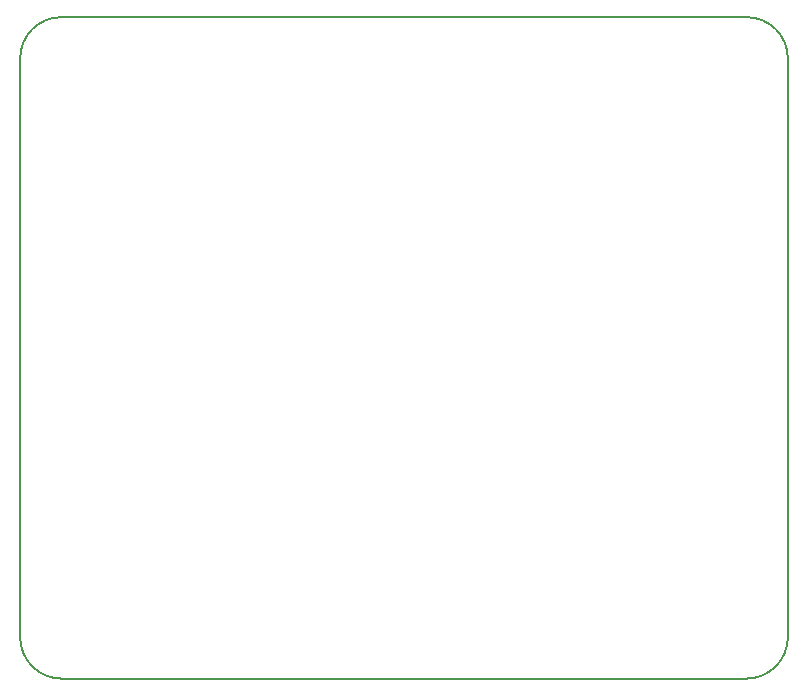
<source format=gbr>
%TF.GenerationSoftware,KiCad,Pcbnew,(5.1.9-0-10_14)*%
%TF.CreationDate,2021-11-09T22:49:23+01:00*%
%TF.ProjectId,xDoor,78446f6f-722e-46b6-9963-61645f706362,rev?*%
%TF.SameCoordinates,Original*%
%TF.FileFunction,Profile,NP*%
%FSLAX46Y46*%
G04 Gerber Fmt 4.6, Leading zero omitted, Abs format (unit mm)*
G04 Created by KiCad (PCBNEW (5.1.9-0-10_14)) date 2021-11-09 22:49:23*
%MOMM*%
%LPD*%
G01*
G04 APERTURE LIST*
%TA.AperFunction,Profile*%
%ADD10C,0.150000*%
%TD*%
G04 APERTURE END LIST*
D10*
X65000000Y-52500000D02*
G75*
G02*
X61500000Y-56000000I-3500000J0D01*
G01*
X61500000Y0D02*
G75*
G02*
X65000000Y-3500000I0J-3500000D01*
G01*
X3500000Y-56000000D02*
G75*
G02*
X0Y-52500000I0J3500000D01*
G01*
X0Y-3500000D02*
G75*
G02*
X3500000Y0I3500000J0D01*
G01*
X65000000Y-3500000D02*
X65000000Y-52500000D01*
X0Y-3500000D02*
X0Y-52500000D01*
X3500000Y-56000000D02*
X61500000Y-56000000D01*
X3500000Y0D02*
X61500000Y0D01*
M02*

</source>
